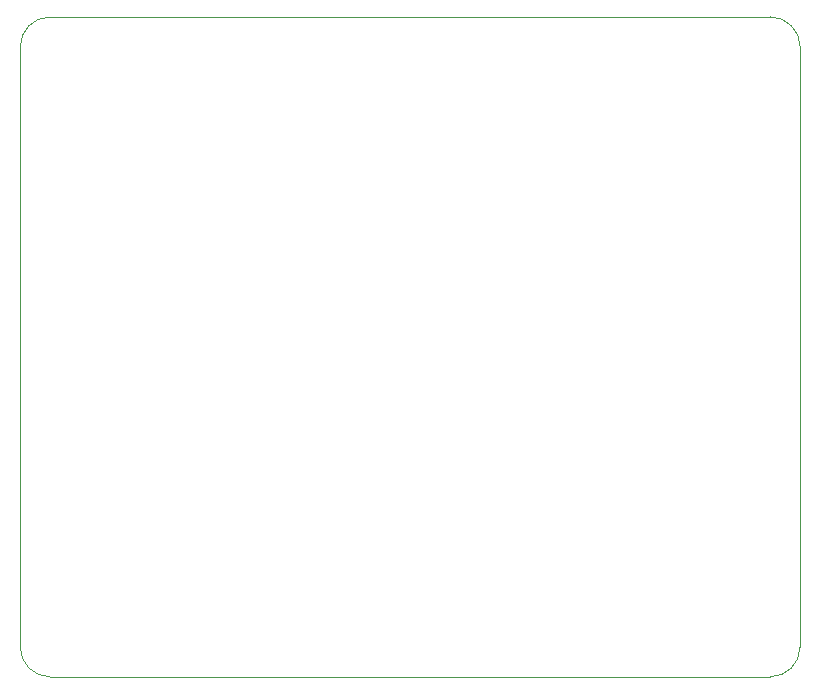
<source format=gbr>
G04 #@! TF.GenerationSoftware,KiCad,Pcbnew,(5.99.0-9618-g5ca7a2c457)*
G04 #@! TF.CreationDate,2021-03-10T22:29:09-05:00*
G04 #@! TF.ProjectId,PCB,5043422e-6b69-4636-9164-5f7063625858,rev?*
G04 #@! TF.SameCoordinates,Original*
G04 #@! TF.FileFunction,Profile,NP*
%FSLAX46Y46*%
G04 Gerber Fmt 4.6, Leading zero omitted, Abs format (unit mm)*
G04 Created by KiCad (PCBNEW (5.99.0-9618-g5ca7a2c457)) date 2021-03-10 22:29:09*
%MOMM*%
%LPD*%
G01*
G04 APERTURE LIST*
G04 #@! TA.AperFunction,Profile*
%ADD10C,0.100000*%
G04 #@! TD*
G04 APERTURE END LIST*
D10*
X248920000Y-104140000D02*
G75*
G02*
X246380000Y-106680000I-2540000J0D01*
G01*
X185420000Y-106680000D02*
G75*
G02*
X182880000Y-104140000I0J2540000D01*
G01*
X182880000Y-53340000D02*
G75*
G02*
X185420000Y-50800000I2540000J0D01*
G01*
X248920000Y-53340000D02*
G75*
G03*
X246380000Y-50800000I-2540000J0D01*
G01*
X185420000Y-106680000D02*
X246380000Y-106680000D01*
X248920000Y-104140000D02*
X248920000Y-53340000D01*
X246380000Y-50800000D02*
X185420000Y-50800000D01*
X182880000Y-53340000D02*
X182880000Y-104140000D01*
M02*

</source>
